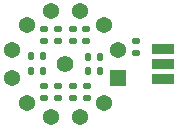
<source format=gbr>
%TF.GenerationSoftware,KiCad,Pcbnew,(6.0.8)*%
%TF.CreationDate,2023-03-18T01:03:14+01:00*%
%TF.ProjectId,ROTARY_SW,524f5441-5259-45f5-9357-2e6b69636164,rev?*%
%TF.SameCoordinates,Original*%
%TF.FileFunction,Soldermask,Bot*%
%TF.FilePolarity,Negative*%
%FSLAX46Y46*%
G04 Gerber Fmt 4.6, Leading zero omitted, Abs format (unit mm)*
G04 Created by KiCad (PCBNEW (6.0.8)) date 2023-03-18 01:03:14*
%MOMM*%
%LPD*%
G01*
G04 APERTURE LIST*
G04 Aperture macros list*
%AMRoundRect*
0 Rectangle with rounded corners*
0 $1 Rounding radius*
0 $2 $3 $4 $5 $6 $7 $8 $9 X,Y pos of 4 corners*
0 Add a 4 corners polygon primitive as box body*
4,1,4,$2,$3,$4,$5,$6,$7,$8,$9,$2,$3,0*
0 Add four circle primitives for the rounded corners*
1,1,$1+$1,$2,$3*
1,1,$1+$1,$4,$5*
1,1,$1+$1,$6,$7*
1,1,$1+$1,$8,$9*
0 Add four rect primitives between the rounded corners*
20,1,$1+$1,$2,$3,$4,$5,0*
20,1,$1+$1,$4,$5,$6,$7,0*
20,1,$1+$1,$6,$7,$8,$9,0*
20,1,$1+$1,$8,$9,$2,$3,0*%
%AMFreePoly0*
4,1,5,0.950000,-0.450000,-0.950000,-0.450000,-0.950000,0.450000,0.950000,0.450000,0.950000,-0.450000,0.950000,-0.450000,$1*%
G04 Aperture macros list end*
%ADD10R,1.368000X1.368000*%
%ADD11C,1.368000*%
%ADD12C,1.398000*%
%ADD13FreePoly0,0.000000*%
%ADD14RoundRect,0.135000X-0.185000X0.135000X-0.185000X-0.135000X0.185000X-0.135000X0.185000X0.135000X0*%
%ADD15RoundRect,0.135000X-0.135000X-0.185000X0.135000X-0.185000X0.135000X0.185000X-0.135000X0.185000X0*%
%ADD16RoundRect,0.135000X0.135000X0.185000X-0.135000X0.185000X-0.135000X-0.185000X0.135000X-0.185000X0*%
%ADD17RoundRect,0.135000X0.185000X-0.135000X0.185000X0.135000X-0.185000X0.135000X-0.185000X-0.135000X0*%
G04 APERTURE END LIST*
D10*
%TO.C,S1*%
X89327560Y-38287510D03*
D11*
X88124050Y-40372050D03*
X86039510Y-41575560D03*
X83632490Y-41575560D03*
X81547950Y-40372050D03*
X80344440Y-38287510D03*
X80344440Y-35880490D03*
X81547950Y-33795950D03*
X83632490Y-32592440D03*
X86039510Y-32592440D03*
X88124050Y-33795950D03*
X89327560Y-35880490D03*
D12*
X84836000Y-37084000D03*
%TD*%
D13*
%TO.C,J1*%
X93091000Y-35814000D03*
X93091000Y-37084000D03*
X93091000Y-38354000D03*
%TD*%
D14*
%TO.C,R4*%
X83058000Y-34159000D03*
X83058000Y-35179000D03*
%TD*%
D15*
%TO.C,R6*%
X81913000Y-37719000D03*
X82933000Y-37719000D03*
%TD*%
D14*
%TO.C,R3*%
X84201000Y-34159000D03*
X84201000Y-35179000D03*
%TD*%
D16*
%TO.C,R11*%
X87757000Y-37719000D03*
X86737000Y-37719000D03*
%TD*%
D14*
%TO.C,R1*%
X86614000Y-34159000D03*
X86614000Y-35179000D03*
%TD*%
%TO.C,R10*%
X86650000Y-38985000D03*
X86650000Y-40005000D03*
%TD*%
D17*
%TO.C,R8*%
X84200000Y-40005000D03*
X84200000Y-38985000D03*
%TD*%
D16*
%TO.C,R12*%
X87757000Y-36469000D03*
X86737000Y-36469000D03*
%TD*%
D17*
%TO.C,R13*%
X90805000Y-36197000D03*
X90805000Y-35177000D03*
%TD*%
%TO.C,R9*%
X85500000Y-40005000D03*
X85500000Y-38985000D03*
%TD*%
D14*
%TO.C,R2*%
X85471000Y-34159000D03*
X85471000Y-35179000D03*
%TD*%
D15*
%TO.C,R5*%
X81913000Y-36449000D03*
X82933000Y-36449000D03*
%TD*%
D17*
%TO.C,R7*%
X83058000Y-40005000D03*
X83058000Y-38985000D03*
%TD*%
M02*

</source>
